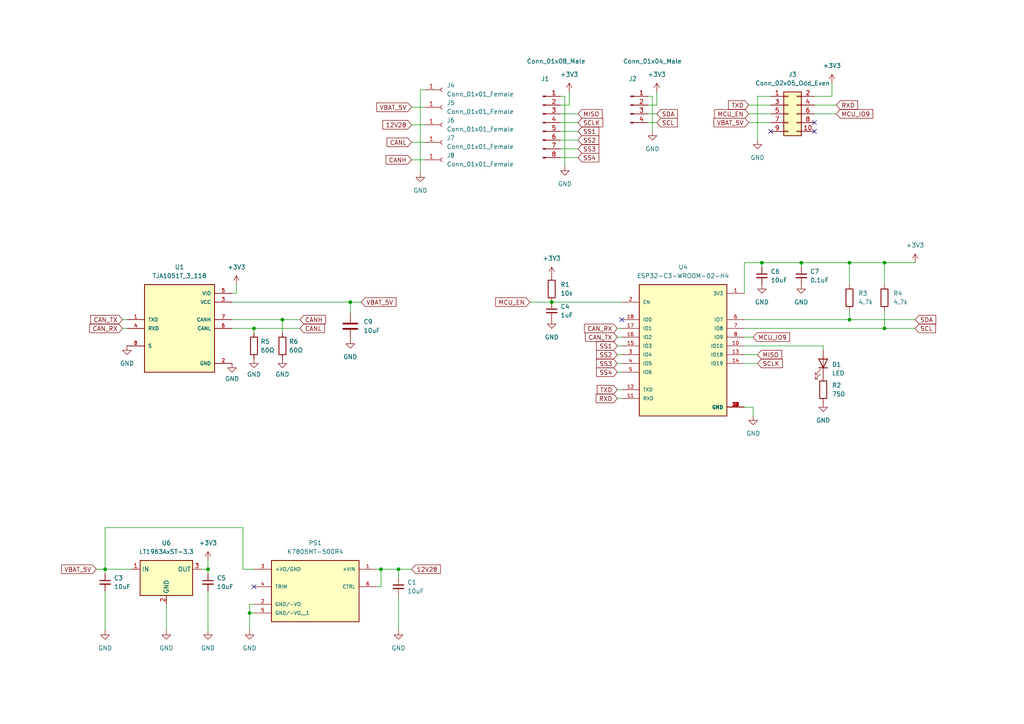
<source format=kicad_sch>
(kicad_sch (version 20211123) (generator eeschema)
  (paper "A4")
  (lib_symbols
    (symbol "Connector:Conn_01x01_Female" (pin_names (offset 1.016) hide)
      (property "Reference" "J" (at 0 2.54 0))
      (property "Value" "Conn_01x01_Female" (at 0 -2.54 0))
      (symbol "Conn_01x01_Female_1_1"
        (polyline (pts (xy -1.27 0) (xy -0.508 0)) (stroke (width 0.1524)))
        (arc (start 0 0.508) (mid -0.508 0) (end 0 -0.508) (stroke (width 0.1524)))
        (pin passive line (at -5.08 0 0) (length 3.81) (name "Pin_1") (number "1"))
      )
    )
    (symbol "Connector:Conn_01x04_Male" (pin_names (offset 1.016) hide)
      (property "Reference" "J" (at 0 5.08 0))
      (property "Value" "Conn_01x04_Male" (at 0 -7.62 0))
      (symbol "Conn_01x04_Male_1_1"
        (polyline (pts (xy 1.27 -5.08) (xy 0.8636 -5.08)) (stroke (width 0.1524)))
        (polyline (pts (xy 1.27 -2.54) (xy 0.8636 -2.54)) (stroke (width 0.1524)))
        (polyline (pts (xy 1.27 0) (xy 0.8636 0)) (stroke (width 0.1524)))
        (polyline (pts (xy 1.27 2.54) (xy 0.8636 2.54)) (stroke (width 0.1524)))
        (rectangle (start 0.8636 -4.953) (end 0 -5.207) (stroke (width 0.1524)) (fill (type outline)))
        (rectangle (start 0.8636 -2.413) (end 0 -2.667) (stroke (width 0.1524)) (fill (type outline)))
        (rectangle (start 0.8636 0.127) (end 0 -0.127) (stroke (width 0.1524)) (fill (type outline)))
        (rectangle (start 0.8636 2.667) (end 0 2.413) (stroke (width 0.1524)) (fill (type outline)))
        (pin passive line (at 5.08 2.54 180) (length 3.81) (name "Pin_1") (number "1"))
        (pin passive line (at 5.08 0 180) (length 3.81) (name "Pin_2") (number "2"))
        (pin passive line (at 5.08 -2.54 180) (length 3.81) (name "Pin_3") (number "3"))
        (pin passive line (at 5.08 -5.08 180) (length 3.81) (name "Pin_4") (number "4"))
      )
    )
    (symbol "Connector:Conn_01x08_Male" (pin_names (offset 1.016) hide)
      (property "Reference" "J" (at 0 10.16 0))
      (property "Value" "Conn_01x08_Male" (at 0 -12.7 0))
      (symbol "Conn_01x08_Male_1_1"
        (polyline (pts (xy 1.27 -10.16) (xy 0.8636 -10.16)) (stroke (width 0.1524)))
        (polyline (pts (xy 1.27 -7.62) (xy 0.8636 -7.62)) (stroke (width 0.1524)))
        (polyline (pts (xy 1.27 -5.08) (xy 0.8636 -5.08)) (stroke (width 0.1524)))
        (polyline (pts (xy 1.27 -2.54) (xy 0.8636 -2.54)) (stroke (width 0.1524)))
        (polyline (pts (xy 1.27 0) (xy 0.8636 0)) (stroke (width 0.1524)))
        (polyline (pts (xy 1.27 2.54) (xy 0.8636 2.54)) (stroke (width 0.1524)))
        (polyline (pts (xy 1.27 5.08) (xy 0.8636 5.08)) (stroke (width 0.1524)))
        (polyline (pts (xy 1.27 7.62) (xy 0.8636 7.62)) (stroke (width 0.1524)))
        (rectangle (start 0.8636 -10.033) (end 0 -10.287) (stroke (width 0.1524)) (fill (type outline)))
        (rectangle (start 0.8636 -7.493) (end 0 -7.747) (stroke (width 0.1524)) (fill (type outline)))
        (rectangle (start 0.8636 -4.953) (end 0 -5.207) (stroke (width 0.1524)) (fill (type outline)))
        (rectangle (start 0.8636 -2.413) (end 0 -2.667) (stroke (width 0.1524)) (fill (type outline)))
        (rectangle (start 0.8636 0.127) (end 0 -0.127) (stroke (width 0.1524)) (fill (type outline)))
        (rectangle (start 0.8636 2.667) (end 0 2.413) (stroke (width 0.1524)) (fill (type outline)))
        (rectangle (start 0.8636 5.207) (end 0 4.953) (stroke (width 0.1524)) (fill (type outline)))
        (rectangle (start 0.8636 7.747) (end 0 7.493) (stroke (width 0.1524)) (fill (type outline)))
        (pin passive line (at 5.08 7.62 180) (length 3.81) (name "Pin_1") (number "1"))
        (pin passive line (at 5.08 5.08 180) (length 3.81) (name "Pin_2") (number "2"))
        (pin passive line (at 5.08 2.54 180) (length 3.81) (name "Pin_3") (number "3"))
        (pin passive line (at 5.08 0 180) (length 3.81) (name "Pin_4") (number "4"))
        (pin passive line (at 5.08 -2.54 180) (length 3.81) (name "Pin_5") (number "5"))
        (pin passive line (at 5.08 -5.08 180) (length 3.81) (name "Pin_6") (number "6"))
        (pin passive line (at 5.08 -7.62 180) (length 3.81) (name "Pin_7") (number "7"))
        (pin passive line (at 5.08 -10.16 180) (length 3.81) (name "Pin_8") (number "8"))
      )
    )
    (symbol "Connector_Generic:Conn_02x05_Odd_Even" (pin_names (offset 1.016) hide)
      (property "Reference" "J" (at 1.27 7.62 0))
      (property "Value" "Conn_02x05_Odd_Even" (at 1.27 -7.62 0))
      (symbol "Conn_02x05_Odd_Even_1_1"
        (rectangle (start -1.27 -4.953) (end 0 -5.207) (stroke (width 0.1524)))
        (rectangle (start -1.27 -2.413) (end 0 -2.667) (stroke (width 0.1524)))
        (rectangle (start -1.27 0.127) (end 0 -0.127) (stroke (width 0.1524)))
        (rectangle (start -1.27 2.667) (end 0 2.413) (stroke (width 0.1524)))
        (rectangle (start -1.27 5.207) (end 0 4.953) (stroke (width 0.1524)))
        (rectangle (start -1.27 6.35) (end 3.81 -6.35) (stroke (width 0.254)) (fill (type background)))
        (rectangle (start 3.81 -4.953) (end 2.54 -5.207) (stroke (width 0.1524)))
        (rectangle (start 3.81 -2.413) (end 2.54 -2.667) (stroke (width 0.1524)))
        (rectangle (start 3.81 0.127) (end 2.54 -0.127) (stroke (width 0.1524)))
        (rectangle (start 3.81 2.667) (end 2.54 2.413) (stroke (width 0.1524)))
        (rectangle (start 3.81 5.207) (end 2.54 4.953) (stroke (width 0.1524)))
        (pin passive line (at -5.08 5.08 0) (length 3.81) (name "Pin_1") (number "1"))
        (pin passive line (at 7.62 -5.08 180) (length 3.81) (name "Pin_10") (number "10"))
        (pin passive line (at 7.62 5.08 180) (length 3.81) (name "Pin_2") (number "2"))
        (pin passive line (at -5.08 2.54 0) (length 3.81) (name "Pin_3") (number "3"))
        (pin passive line (at 7.62 2.54 180) (length 3.81) (name "Pin_4") (number "4"))
        (pin passive line (at -5.08 0 0) (length 3.81) (name "Pin_5") (number "5"))
        (pin passive line (at 7.62 0 180) (length 3.81) (name "Pin_6") (number "6"))
        (pin passive line (at -5.08 -2.54 0) (length 3.81) (name "Pin_7") (number "7"))
        (pin passive line (at 7.62 -2.54 180) (length 3.81) (name "Pin_8") (number "8"))
        (pin passive line (at -5.08 -5.08 0) (length 3.81) (name "Pin_9") (number "9"))
      )
    )
    (symbol "Device:C" (pin_numbers hide) (pin_names (offset 0.254))
      (property "Reference" "C" (at 0.635 2.54 0))
      (property "Value" "C" (at 0.635 -2.54 0))
      (symbol "C_0_1"
        (polyline (pts (xy -2.032 -0.762) (xy 2.032 -0.762)) (stroke (width 0.508)))
        (polyline (pts (xy -2.032 0.762) (xy 2.032 0.762)) (stroke (width 0.508)))
      )
      (symbol "C_1_1"
        (pin passive line (at 0 3.81 270) (length 2.794) (name "~") (number "1"))
        (pin passive line (at 0 -3.81 90) (length 2.794) (name "~") (number "2"))
      )
    )
    (symbol "Device:C_Small" (pin_numbers hide) (pin_names (offset 0.254) hide)
      (property "Reference" "C" (at 0.254 1.778 0))
      (property "Value" "C_Small" (at 0.254 -2.032 0))
      (symbol "C_Small_0_1"
        (polyline (pts (xy -1.524 -0.508) (xy 1.524 -0.508)) (stroke (width 0.3302)))
        (polyline (pts (xy -1.524 0.508) (xy 1.524 0.508)) (stroke (width 0.3048)))
      )
      (symbol "C_Small_1_1"
        (pin passive line (at 0 2.54 270) (length 2.032) (name "~") (number "1"))
        (pin passive line (at 0 -2.54 90) (length 2.032) (name "~") (number "2"))
      )
    )
    (symbol "Device:LED" (pin_numbers hide) (pin_names (offset 1.016) hide)
      (property "Reference" "D" (at 0 2.54 0))
      (property "Value" "LED" (at 0 -2.54 0))
      (symbol "LED_0_1"
        (polyline (pts (xy -1.27 -1.27) (xy -1.27 1.27)) (stroke (width 0.254)))
        (polyline (pts (xy -1.27 0) (xy 1.27 0)))
        (polyline (pts (xy 1.27 -1.27) (xy 1.27 1.27) (xy -1.27 0) (xy 1.27 -1.27)) (stroke (width 0.254)))
        (polyline (pts (xy -3.048 -0.762) (xy -4.572 -2.286) (xy -3.81 -2.286) (xy -4.572 -2.286) (xy -4.572 -1.524)))
        (polyline (pts (xy -1.778 -0.762) (xy -3.302 -2.286) (xy -2.54 -2.286) (xy -3.302 -2.286) (xy -3.302 -1.524)))
      )
      (symbol "LED_1_1"
        (pin passive line (at -3.81 0 0) (length 2.54) (name "K") (number "1"))
        (pin passive line (at 3.81 0 180) (length 2.54) (name "A") (number "2"))
      )
    )
    (symbol "Device:R" (pin_numbers hide) (pin_names (offset 0))
      (property "Reference" "R" (at 2.032 0 90))
      (property "Value" "R" (at 0 0 90))
      (symbol "R_0_1"
        (rectangle (start -1.016 -2.54) (end 1.016 2.54) (stroke (width 0.254)))
      )
      (symbol "R_1_1"
        (pin passive line (at 0 3.81 270) (length 1.27) (name "~") (number "1"))
        (pin passive line (at 0 -3.81 90) (length 1.27) (name "~") (number "2"))
      )
    )
    (symbol "Regulator_Linear:LT1963AxST-3.3"
      (property "Reference" "U" (at -7.62 6.35 0))
      (property "Value" "LT1963AxST-3.3" (at -1.27 6.35 0))
      (symbol "LT1963AxST-3.3_0_1"
        (rectangle (start -7.62 5.08) (end 7.62 -5.08) (stroke (width 0.254)) (fill (type background)))
      )
      (symbol "LT1963AxST-3.3_1_1"
        (pin power_in line (at -10.16 2.54 0) (length 2.54) (name "IN") (number "1"))
        (pin power_in line (at 0 -7.62 90) (length 2.54) (name "GND") (number "2"))
        (pin power_out line (at 10.16 2.54 180) (length 2.54) (name "OUT") (number "3"))
      )
    )
    (symbol "airball-hardware:K7805MT-500R4" (pin_names (offset 1.016))
      (property "Reference" "PS" (at -12.7039 8.8979 0))
      (property "Value" "K7805MT-500R4" (at -12.7014 -12.7027 0))
      (symbol "K7805MT-500R4_0_0"
        (rectangle (start -12.7 -10.16) (end 12.7 7.62) (stroke (width 0.254)) (fill (type background)))
        (pin input line (at -17.78 5.08 0) (length 5.08) (name "+VIN") (number "1"))
        (pin bidirectional line (at 17.78 -5.08 180) (length 5.08) (name "GND/-VO") (number "2"))
        (pin bidirectional line (at 17.78 5.08 180) (length 5.08) (name "+VO/GND") (number "3"))
        (pin passive line (at 17.78 0 180) (length 5.08) (name "TRIM") (number "4"))
        (pin bidirectional line (at 17.78 -7.62 180) (length 5.08) (name "GND/-VO__1") (number "5"))
        (pin input line (at -17.78 0 0) (length 5.08) (name "CTRL") (number "6"))
      )
    )
    (symbol "airball-hardware:TJA1051T_3_118" (pin_names (offset 1.016))
      (property "Reference" "U" (at -10.16 13.462 0))
      (property "Value" "TJA1051T_3_118" (at -10.16 -15.24 0))
      (symbol "TJA1051T_3_118_0_0"
        (rectangle (start -10.16 -12.7) (end 10.16 12.7) (stroke (width 0.254)) (fill (type background)))
        (pin input line (at -15.24 2.54 0) (length 5.08) (name "TXD") (number "1"))
        (pin power_in line (at 15.24 -10.16 180) (length 5.08) (name "GND") (number "2"))
        (pin power_in line (at 15.24 7.62 180) (length 5.08) (name "VCC") (number "3"))
        (pin output line (at -15.24 0 0) (length 5.08) (name "RXD") (number "4"))
        (pin power_in line (at 15.24 10.16 180) (length 5.08) (name "VIO") (number "5"))
        (pin bidirectional line (at 15.24 0 180) (length 5.08) (name "CANL") (number "6"))
        (pin bidirectional line (at 15.24 2.54 180) (length 5.08) (name "CANH") (number "7"))
        (pin input line (at -15.24 -5.08 0) (length 5.08) (name "S") (number "8"))
      )
    )
    (symbol "compact-probe:ESP32-C3-WROOM-02-H4" (pin_names (offset 1.016))
      (property "Reference" "U" (at -12.7 21.082 0))
      (property "Value" "ESP32-C3-WROOM-02-H4" (at -12.7 -18.542 0))
      (symbol "ESP32-C3-WROOM-02-H4_0_0"
        (rectangle (start -12.7 -17.78) (end 12.7 20.32) (stroke (width 0.254)) (fill (type background)))
        (pin power_in line (at 17.78 17.78 180) (length 5.08) (name "3V3") (number "1"))
        (pin bidirectional line (at 17.78 2.54 180) (length 5.08) (name "IO10") (number "10"))
        (pin bidirectional line (at -17.78 -12.7 0) (length 5.08) (name "RXD") (number "11"))
        (pin bidirectional line (at -17.78 -10.16 0) (length 5.08) (name "TXD") (number "12"))
        (pin bidirectional line (at 17.78 0 180) (length 5.08) (name "IO18") (number "13"))
        (pin bidirectional line (at 17.78 -2.54 180) (length 5.08) (name "IO19") (number "14"))
        (pin bidirectional line (at -17.78 2.54 0) (length 5.08) (name "IO3") (number "15"))
        (pin bidirectional line (at -17.78 5.08 0) (length 5.08) (name "IO2") (number "16"))
        (pin bidirectional line (at -17.78 7.62 0) (length 5.08) (name "IO1") (number "17"))
        (pin bidirectional line (at -17.78 10.16 0) (length 5.08) (name "IO0") (number "18"))
        (pin power_in line (at 17.78 -15.24 180) (length 5.08) (name "GND") (number "19"))
        (pin input line (at -17.78 15.24 0) (length 5.08) (name "EN") (number "2"))
        (pin power_in line (at 17.78 -15.24 180) (length 5.08) (name "GND") (number "20"))
        (pin power_in line (at 17.78 -15.24 180) (length 5.08) (name "GND") (number "21"))
        (pin power_in line (at 17.78 -15.24 180) (length 5.08) (name "GND") (number "22"))
        (pin power_in line (at 17.78 -15.24 180) (length 5.08) (name "GND") (number "23"))
        (pin power_in line (at 17.78 -15.24 180) (length 5.08) (name "GND") (number "24"))
        (pin power_in line (at 17.78 -15.24 180) (length 5.08) (name "GND") (number "25"))
        (pin power_in line (at 17.78 -15.24 180) (length 5.08) (name "GND") (number "26"))
        (pin power_in line (at 17.78 -15.24 180) (length 5.08) (name "GND") (number "27"))
        (pin power_in line (at 17.78 -15.24 180) (length 5.08) (name "GND") (number "28"))
        (pin power_in line (at 17.78 -15.24 180) (length 5.08) (name "GND") (number "29"))
        (pin bidirectional line (at -17.78 0 0) (length 5.08) (name "IO4") (number "3"))
        (pin power_in line (at 17.78 -15.24 180) (length 5.08) (name "GND") (number "30"))
        (pin power_in line (at 17.78 -15.24 180) (length 5.08) (name "GND") (number "31"))
        (pin power_in line (at 17.78 -15.24 180) (length 5.08) (name "GND") (number "32"))
        (pin power_in line (at 17.78 -15.24 180) (length 5.08) (name "GND") (number "33"))
        (pin power_in line (at 17.78 -15.24 180) (length 5.08) (name "GND") (number "34"))
        (pin power_in line (at 17.78 -15.24 180) (length 5.08) (name "GND") (number "35"))
        (pin power_in line (at 17.78 -15.24 180) (length 5.08) (name "GND") (number "36"))
        (pin power_in line (at 17.78 -15.24 180) (length 5.08) (name "GND") (number "37"))
        (pin power_in line (at 17.78 -15.24 180) (length 5.08) (name "GND") (number "38"))
        (pin power_in line (at 17.78 -15.24 180) (length 5.08) (name "GND") (number "39"))
        (pin bidirectional line (at -17.78 -2.54 0) (length 5.08) (name "IO5") (number "4"))
        (pin bidirectional line (at -17.78 -5.08 0) (length 5.08) (name "IO6") (number "5"))
        (pin bidirectional line (at 17.78 10.16 180) (length 5.08) (name "IO7") (number "6"))
        (pin bidirectional line (at 17.78 7.62 180) (length 5.08) (name "IO8") (number "7"))
        (pin bidirectional line (at 17.78 5.08 180) (length 5.08) (name "IO9") (number "8"))
        (pin power_in line (at 17.78 -15.24 180) (length 5.08) (name "GND") (number "9"))
      )
    )
    (symbol "power:+3V3" (power) (pin_names (offset 0))
      (property "Value" "+3V3" (at 0 3.556 0))
      (symbol "+3V3_0_1"
        (polyline (pts (xy -0.762 1.27) (xy 0 2.54)))
        (polyline (pts (xy 0 0) (xy 0 2.54)))
        (polyline (pts (xy 0 2.54) (xy 0.762 1.27)))
      )
      (symbol "+3V3_1_1"
        (pin power_in line (at 0 0 90) (length 0) hide (name "+3V3") (number "1"))
      )
    )
    (symbol "power:GND" (power) (pin_names (offset 0))
      (property "Value" "GND" (at 0 -3.81 0))
      (symbol "GND_0_1"
        (polyline (pts (xy 0 0) (xy 0 -1.27) (xy 1.27 -1.27) (xy 0 -2.54) (xy -1.27 -1.27) (xy 0 -1.27)))
      )
      (symbol "GND_1_1"
        (pin power_in line (at 0 0 270) (length 0) hide (name "GND") (number "1"))
      )
    )
  )
  (junction (at 256.54 95.25))
  (junction (at 232.41 76.2))
  (junction (at 256.54 76.2))
  (junction (at 246.38 92.71))
  (junction (at 101.6 87.63))
  (junction (at 115.57 165.1))
  (junction (at 30.48 165.1))
  (junction (at 110.49 165.1))
  (junction (at 72.39 177.8))
  (junction (at 246.38 76.2))
  (junction (at 73.66 95.25))
  (junction (at 160.02 87.63))
  (junction (at 220.98 76.2))
  (junction (at 60.325 165.1))
  (junction (at 81.915 92.71))
  (no_connect (at 180.34 92.71))
  (no_connect (at 73.66 170.18))
  (no_connect (at 236.22 35.56))
  (no_connect (at 223.52 38.1))
  (no_connect (at 236.22 38.1))
  (wire (pts (xy 165.1 26.67) (xy 165.1 30.48)))
  (wire (pts (xy 215.9 76.2) (xy 215.9 85.09)))
  (wire (pts (xy 190.5 33.02) (xy 187.96 33.02)))
  (wire (pts (xy 72.39 177.8) (xy 73.66 177.8)))
  (wire (pts (xy 35.56 92.71) (xy 36.83 92.71)))
  (wire (pts (xy 115.57 165.1) (xy 110.49 165.1)))
  (wire (pts (xy 67.31 87.63) (xy 101.6 87.63)))
  (wire (pts (xy 162.56 27.94) (xy 163.83 27.94)))
  (wire (pts (xy 220.98 77.47) (xy 220.98 76.2)))
  (wire (pts (xy 162.56 43.18) (xy 167.64 43.18)))
  (wire (pts (xy 48.26 182.88) (xy 48.26 175.26)))
  (wire (pts (xy 165.1 30.48) (xy 162.56 30.48)))
  (wire (pts (xy 179.07 107.95) (xy 180.34 107.95)))
  (wire (pts (xy 67.31 95.25) (xy 73.66 95.25)))
  (wire (pts (xy 60.325 165.1) (xy 58.42 165.1)))
  (wire (pts (xy 30.48 165.1) (xy 38.1 165.1)))
  (wire (pts (xy 179.07 102.87) (xy 180.34 102.87)))
  (wire (pts (xy 68.58 82.55) (xy 68.58 85.09)))
  (wire (pts (xy 218.44 118.11) (xy 218.44 120.65)))
  (wire (pts (xy 30.48 153.035) (xy 30.48 165.1)))
  (wire (pts (xy 60.325 162.56) (xy 60.325 165.1)))
  (wire (pts (xy 70.485 153.035) (xy 30.48 153.035)))
  (wire (pts (xy 101.6 87.63) (xy 101.6 90.805)))
  (wire (pts (xy 190.5 26.67) (xy 190.5 30.48)))
  (wire (pts (xy 236.22 30.48) (xy 242.57 30.48)))
  (wire (pts (xy 241.3 24.13) (xy 241.3 27.94)))
  (wire (pts (xy 215.9 95.25) (xy 256.54 95.25)))
  (wire (pts (xy 179.07 113.03) (xy 180.34 113.03)))
  (wire (pts (xy 73.66 175.26) (xy 72.39 175.26)))
  (wire (pts (xy 179.07 95.25) (xy 180.34 95.25)))
  (wire (pts (xy 73.66 95.25) (xy 73.66 96.52)))
  (wire (pts (xy 246.38 90.17) (xy 246.38 92.71)))
  (wire (pts (xy 179.07 100.33) (xy 180.34 100.33)))
  (wire (pts (xy 70.485 165.1) (xy 70.485 153.035)))
  (wire (pts (xy 81.915 92.71) (xy 81.915 96.52)))
  (wire (pts (xy 256.54 76.2) (xy 265.43 76.2)))
  (wire (pts (xy 217.17 35.56) (xy 223.52 35.56)))
  (wire (pts (xy 121.92 26.035) (xy 121.92 50.165)))
  (wire (pts (xy 119.38 46.355) (xy 123.19 46.355)))
  (wire (pts (xy 163.83 27.94) (xy 163.83 48.26)))
  (wire (pts (xy 246.38 92.71) (xy 265.43 92.71)))
  (wire (pts (xy 215.9 102.87) (xy 219.71 102.87)))
  (wire (pts (xy 215.9 92.71) (xy 246.38 92.71)))
  (wire (pts (xy 73.66 165.1) (xy 70.485 165.1)))
  (wire (pts (xy 217.17 30.48) (xy 223.52 30.48)))
  (wire (pts (xy 115.57 172.72) (xy 115.57 182.88)))
  (wire (pts (xy 67.31 85.09) (xy 68.58 85.09)))
  (wire (pts (xy 153.67 87.63) (xy 160.02 87.63)))
  (wire (pts (xy 110.49 165.1) (xy 110.49 170.18)))
  (wire (pts (xy 73.66 95.25) (xy 86.995 95.25)))
  (wire (pts (xy 189.23 27.94) (xy 189.23 38.1)))
  (wire (pts (xy 30.48 182.88) (xy 30.48 171.45)))
  (wire (pts (xy 190.5 35.56) (xy 187.96 35.56)))
  (wire (pts (xy 215.9 76.2) (xy 220.98 76.2)))
  (wire (pts (xy 35.56 95.25) (xy 36.83 95.25)))
  (wire (pts (xy 119.38 36.195) (xy 123.19 36.195)))
  (wire (pts (xy 179.07 115.57) (xy 180.34 115.57)))
  (wire (pts (xy 256.54 90.17) (xy 256.54 95.25)))
  (wire (pts (xy 162.56 35.56) (xy 167.64 35.56)))
  (wire (pts (xy 215.9 105.41) (xy 219.71 105.41)))
  (wire (pts (xy 215.9 118.11) (xy 218.44 118.11)))
  (wire (pts (xy 81.915 92.71) (xy 86.995 92.71)))
  (wire (pts (xy 179.07 105.41) (xy 180.34 105.41)))
  (wire (pts (xy 67.31 92.71) (xy 81.915 92.71)))
  (wire (pts (xy 101.6 87.63) (xy 104.775 87.63)))
  (wire (pts (xy 110.49 165.1) (xy 109.22 165.1)))
  (wire (pts (xy 217.17 33.02) (xy 223.52 33.02)))
  (wire (pts (xy 30.48 166.37) (xy 30.48 165.1)))
  (wire (pts (xy 179.07 97.79) (xy 180.34 97.79)))
  (wire (pts (xy 162.56 33.02) (xy 167.64 33.02)))
  (wire (pts (xy 190.5 30.48) (xy 187.96 30.48)))
  (wire (pts (xy 123.19 26.035) (xy 121.92 26.035)))
  (wire (pts (xy 187.96 27.94) (xy 189.23 27.94)))
  (wire (pts (xy 72.39 175.26) (xy 72.39 177.8)))
  (wire (pts (xy 60.325 165.1) (xy 60.325 166.37)))
  (wire (pts (xy 246.38 76.2) (xy 256.54 76.2)))
  (wire (pts (xy 119.38 165.1) (xy 115.57 165.1)))
  (wire (pts (xy 115.57 165.1) (xy 115.57 167.64)))
  (wire (pts (xy 223.52 27.94) (xy 219.71 27.94)))
  (wire (pts (xy 238.76 100.33) (xy 238.76 101.6)))
  (wire (pts (xy 220.98 76.2) (xy 232.41 76.2)))
  (wire (pts (xy 219.71 27.94) (xy 219.71 40.64)))
  (wire (pts (xy 256.54 95.25) (xy 265.43 95.25)))
  (wire (pts (xy 232.41 76.2) (xy 246.38 76.2)))
  (wire (pts (xy 215.9 97.79) (xy 218.44 97.79)))
  (wire (pts (xy 162.56 38.1) (xy 167.64 38.1)))
  (wire (pts (xy 215.9 100.33) (xy 238.76 100.33)))
  (wire (pts (xy 241.3 27.94) (xy 236.22 27.94)))
  (wire (pts (xy 60.325 171.45) (xy 60.325 182.88)))
  (wire (pts (xy 72.39 177.8) (xy 72.39 182.88)))
  (wire (pts (xy 119.38 41.275) (xy 123.19 41.275)))
  (wire (pts (xy 256.54 76.2) (xy 256.54 82.55)))
  (wire (pts (xy 232.41 77.47) (xy 232.41 76.2)))
  (wire (pts (xy 236.22 33.02) (xy 242.57 33.02)))
  (wire (pts (xy 160.02 87.63) (xy 180.34 87.63)))
  (wire (pts (xy 162.56 40.64) (xy 167.64 40.64)))
  (wire (pts (xy 27.94 165.1) (xy 30.48 165.1)))
  (wire (pts (xy 109.22 170.18) (xy 110.49 170.18)))
  (wire (pts (xy 119.38 31.115) (xy 123.19 31.115)))
  (wire (pts (xy 162.56 45.72) (xy 167.64 45.72)))
  (wire (pts (xy 246.38 76.2) (xy 246.38 82.55)))
  (global_label "12V28" (shape input) (at 119.38 165.1 0) (property "Intersheet References" "${INTERSHEET_REFS}" (effects hide)))
  (global_label "CAN_TX" (shape input) (at 179.07 97.79 180) (property "Intersheet References" "${INTERSHEET_REFS}" (effects hide)))
  (global_label "RXD" (shape input) (at 179.07 115.57 180) (property "Intersheet References" "${INTERSHEET_REFS}" (effects hide)))
  (global_label "CANH" (shape input) (at 119.38 46.355 180) (property "Intersheet References" "${INTERSHEET_REFS}" (effects hide)))
  (global_label "MISO" (shape input) (at 167.64 33.02 0) (property "Intersheet References" "${INTERSHEET_REFS}" (effects hide)))
  (global_label "SDA" (shape input) (at 190.5 33.02 0) (property "Intersheet References" "${INTERSHEET_REFS}" (effects hide)))
  (global_label "CANL" (shape input) (at 86.995 95.25 0) (property "Intersheet References" "${INTERSHEET_REFS}" (effects hide)))
  (global_label "SCL" (shape input) (at 265.43 95.25 0) (property "Intersheet References" "${INTERSHEET_REFS}" (effects hide)))
  (global_label "TXD" (shape input) (at 179.07 113.03 180) (property "Intersheet References" "${INTERSHEET_REFS}" (effects hide)))
  (global_label "SS3" (shape input) (at 167.64 43.18 0) (property "Intersheet References" "${INTERSHEET_REFS}" (effects hide)))
  (global_label "VBAT_5V" (shape input) (at 27.94 165.1 180) (property "Intersheet References" "${INTERSHEET_REFS}" (effects hide)))
  (global_label "MCU_EN" (shape input) (at 153.67 87.63 180) (property "Intersheet References" "${INTERSHEET_REFS}" (effects hide)))
  (global_label "VBAT_5V" (shape input) (at 104.775 87.63 0) (property "Intersheet References" "${INTERSHEET_REFS}" (effects hide)))
  (global_label "TXD" (shape input) (at 217.17 30.48 180) (property "Intersheet References" "${INTERSHEET_REFS}" (effects hide)))
  (global_label "CAN_RX" (shape input) (at 179.07 95.25 180) (property "Intersheet References" "${INTERSHEET_REFS}" (effects hide)))
  (global_label "SCLK" (shape input) (at 167.64 35.56 0) (property "Intersheet References" "${INTERSHEET_REFS}" (effects hide)))
  (global_label "CAN_RX" (shape input) (at 35.56 95.25 180) (property "Intersheet References" "${INTERSHEET_REFS}" (effects hide)))
  (global_label "SCL" (shape input) (at 190.5 35.56 0) (property "Intersheet References" "${INTERSHEET_REFS}" (effects hide)))
  (global_label "MCU_EN" (shape input) (at 217.17 33.02 180) (property "Intersheet References" "${INTERSHEET_REFS}" (effects hide)))
  (global_label "SDA" (shape input) (at 265.43 92.71 0) (property "Intersheet References" "${INTERSHEET_REFS}" (effects hide)))
  (global_label "SS4" (shape input) (at 167.64 45.72 0) (property "Intersheet References" "${INTERSHEET_REFS}" (effects hide)))
  (global_label "SS2" (shape input) (at 167.64 40.64 0) (property "Intersheet References" "${INTERSHEET_REFS}" (effects hide)))
  (global_label "MCU_IO9" (shape input) (at 218.44 97.79 0) (property "Intersheet References" "${INTERSHEET_REFS}" (effects hide)))
  (global_label "SS4" (shape input) (at 179.07 107.95 180) (property "Intersheet References" "${INTERSHEET_REFS}" (effects hide)))
  (global_label "SS2" (shape input) (at 179.07 102.87 180) (property "Intersheet References" "${INTERSHEET_REFS}" (effects hide)))
  (global_label "SS1" (shape input) (at 179.07 100.33 180) (property "Intersheet References" "${INTERSHEET_REFS}" (effects hide)))
  (global_label "CANH" (shape input) (at 86.995 92.71 0) (property "Intersheet References" "${INTERSHEET_REFS}" (effects hide)))
  (global_label "CANL" (shape input) (at 119.38 41.275 180) (property "Intersheet References" "${INTERSHEET_REFS}" (effects hide)))
  (global_label "VBAT_5V" (shape input) (at 119.38 31.115 180) (property "Intersheet References" "${INTERSHEET_REFS}" (effects hide)))
  (global_label "CAN_TX" (shape input) (at 35.56 92.71 180) (property "Intersheet References" "${INTERSHEET_REFS}" (effects hide)))
  (global_label "SCLK" (shape input) (at 219.71 105.41 0) (property "Intersheet References" "${INTERSHEET_REFS}" (effects hide)))
  (global_label "MISO" (shape input) (at 219.71 102.87 0) (property "Intersheet References" "${INTERSHEET_REFS}" (effects hide)))
  (global_label "RXD" (shape input) (at 242.57 30.48 0) (property "Intersheet References" "${INTERSHEET_REFS}" (effects hide)))
  (global_label "VBAT_5V" (shape input) (at 217.17 35.56 180) (property "Intersheet References" "${INTERSHEET_REFS}" (effects hide)))
  (global_label "SS3" (shape input) (at 179.07 105.41 180) (property "Intersheet References" "${INTERSHEET_REFS}" (effects hide)))
  (global_label "12V28" (shape input) (at 119.38 36.195 180) (property "Intersheet References" "${INTERSHEET_REFS}" (effects hide)))
  (global_label "MCU_IO9" (shape input) (at 242.57 33.02 0) (property "Intersheet References" "${INTERSHEET_REFS}" (effects hide)))
  (global_label "SS1" (shape input) (at 167.64 38.1 0) (property "Intersheet References" "${INTERSHEET_REFS}" (effects hide)))
  (symbol (lib_id "power:GND") (at 189.23 38.1 0) (unit 1)
    (property "Reference" "#PWR01" (effects hide))
    (property "Value" "GND" (at 189.23 43.18 0))
  )
  (symbol (lib_id "power:GND") (at 60.325 182.88 0) (unit 1)
    (property "Reference" "#PWR0109" (effects hide))
    (property "Value" "GND" (at 60.325 187.96 0))
  )
  (symbol (lib_id "power:GND") (at 219.71 40.64 0) (unit 1)
    (property "Reference" "#PWR0112" (effects hide))
    (property "Value" "GND" (at 219.71 45.72 0))
  )
  (symbol (lib_id "Device:R") (at 256.54 86.36 0) (unit 1)
    (property "Reference" "R4" (at 259.08 85.0899 0) (effects (justify left)))
    (property "Value" "4.7k" (at 259.08 87.6299 0) (effects (justify left)))
    (property "Footprint" "Resistor_SMD:R_0603_1608Metric" (effects hide))
  )
  (symbol (lib_id "power:+3V3") (at 160.02 80.01 0) (unit 1)
    (property "Reference" "#PWR07" (effects hide))
    (property "Value" "+3V3" (at 160.02 74.93 0))
  )
  (symbol (lib_id "Device:C_Small") (at 220.98 80.01 0) (unit 1)
    (property "Reference" "C6" (at 223.52 78.7462 0) (effects (justify left)))
    (property "Value" "10uF" (at 223.52 81.2862 0) (effects (justify left)))
    (property "Footprint" "Capacitor_SMD:C_0603_1608Metric" (effects hide))
  )
  (symbol (lib_id "Connector:Conn_01x01_Female") (at 128.27 31.115 0) (unit 1)
    (property "Reference" "J5" (at 129.54 29.8449 0) (effects (justify left)))
    (property "Value" "Conn_01x01_Female" (at 129.54 32.3849 0) (effects (justify left)))
    (property "Footprint" "Connector_Wire:SolderWirePad_1x01_SMD_1x2mm" (effects hide))
  )
  (symbol (lib_id "Device:C_Small") (at 232.41 80.01 0) (unit 1)
    (property "Reference" "C7" (at 234.95 78.7462 0) (effects (justify left)))
    (property "Value" "0.1uF" (at 234.95 81.2862 0) (effects (justify left)))
    (property "Footprint" "Capacitor_SMD:C_0603_1608Metric" (effects hide))
  )
  (symbol (lib_id "power:GND") (at 101.6 98.425 0) (unit 1)
    (property "Reference" "#PWR0115" (effects hide))
    (property "Value" "GND" (at 101.6 103.505 0))
  )
  (symbol (lib_id "power:GND") (at 238.76 116.84 0) (unit 1)
    (property "Reference" "#PWR012" (effects hide))
    (property "Value" "GND" (at 238.76 121.92 0))
  )
  (symbol (lib_id "power:GND") (at 220.98 82.55 0) (unit 1)
    (property "Reference" "#PWR010" (effects hide))
    (property "Value" "GND" (at 220.98 87.63 0))
  )
  (symbol (lib_id "power:+3V3") (at 60.325 162.56 0) (unit 1)
    (property "Reference" "#PWR09" (effects hide))
    (property "Value" "+3V3" (at 60.325 157.48 0))
  )
  (symbol (lib_id "Device:C_Small") (at 60.325 168.91 0) (unit 1)
    (property "Reference" "C5" (at 62.865 167.6462 0) (effects (justify left)))
    (property "Value" "10uF" (at 62.865 170.1862 0) (effects (justify left)))
    (property "Footprint" "Capacitor_SMD:C_0603_1608Metric" (effects hide))
  )
  (symbol (lib_id "Connector:Conn_01x01_Female") (at 128.27 46.355 0) (unit 1)
    (property "Reference" "J8" (at 129.54 45.0849 0) (effects (justify left)))
    (property "Value" "Conn_01x01_Female" (at 129.54 47.6249 0) (effects (justify left)))
    (property "Footprint" "Connector_Wire:SolderWirePad_1x01_SMD_1x2mm" (effects hide))
  )
  (symbol (lib_id "Device:R") (at 246.38 86.36 0) (unit 1)
    (property "Reference" "R3" (at 248.92 85.0899 0) (effects (justify left)))
    (property "Value" "4.7k" (at 248.92 87.6299 0) (effects (justify left)))
    (property "Footprint" "Resistor_SMD:R_0603_1608Metric" (effects hide))
  )
  (symbol (lib_id "Connector:Conn_01x01_Female") (at 128.27 26.035 0) (unit 1)
    (property "Reference" "J4" (at 129.54 24.7649 0) (effects (justify left)))
    (property "Value" "Conn_01x01_Female" (at 129.54 27.3049 0) (effects (justify left)))
    (property "Footprint" "Connector_Wire:SolderWirePad_1x01_SMD_1x2mm" (effects hide))
  )
  (symbol (lib_id "power:GND") (at 30.48 182.88 0) (unit 1)
    (property "Reference" "#PWR0110" (effects hide))
    (property "Value" "GND" (at 30.48 187.96 0))
  )
  (symbol (lib_id "power:GND") (at 36.83 100.33 0) (unit 1)
    (property "Reference" "#PWR0104" (effects hide))
    (property "Value" "GND" (at 36.83 105.41 0))
  )
  (symbol (lib_id "power:GND") (at 73.66 104.14 0) (unit 1)
    (property "Reference" "#PWR05" (effects hide))
    (property "Value" "GND" (at 73.66 108.585 0))
  )
  (symbol (lib_id "Device:C_Small") (at 115.57 170.18 0) (unit 1)
    (property "Reference" "C1" (at 118.11 168.9162 0) (effects (justify left)))
    (property "Value" "10uF" (at 118.11 171.4562 0) (effects (justify left)))
    (property "Footprint" "Capacitor_SMD:C_0603_1608Metric" (effects hide))
  )
  (symbol (lib_id "power:GND") (at 121.92 50.165 0) (unit 1)
    (property "Reference" "#PWR0103" (effects hide))
    (property "Value" "GND" (at 121.92 55.245 0))
  )
  (symbol (lib_id "Device:R") (at 81.915 100.33 0) (unit 1)
    (property "Reference" "R6" (at 83.82 99.0599 0) (effects (justify left)))
    (property "Value" "60Ω" (at 83.82 101.5999 0) (effects (justify left)))
    (property "Footprint" "Resistor_SMD:R_0603_1608Metric" (effects hide))
  )
  (symbol (lib_id "Connector:Conn_01x08_Male") (at 157.48 35.56 0) (unit 1)
    (property "Reference" "J1" (at 158.115 22.86 0))
    (property "Value" "Conn_01x08_Male" (at 161.29 17.78 0))
    (property "Footprint" "airball-hardware:JST_SH_SM08B-SRSS-TB_1x08-1MP_P1.00mm_Horizontal" (effects hide))
  )
  (symbol (lib_id "Regulator_Linear:LT1963AxST-3.3") (at 48.26 167.64 0) (unit 1)
    (property "Reference" "U6" (at 48.26 157.48 0))
    (property "Value" "LT1963AxST-3.3" (at 48.26 160.02 0))
    (property "Footprint" "Package_TO_SOT_SMD:SOT-223-3_TabPin2" (effects hide))
    (property "Datasheet" "https://www.analog.com/media/en/technical-documentation/data-sheets/1963aff.pdf" (effects hide))
  )
  (symbol (lib_id "airball-hardware:K7805MT-500R4") (at 91.44 170.18 0) (mirror y) (unit 1)
    (property "Reference" "PS1" (at 91.44 157.48 0))
    (property "Value" "K7805MT-500R4" (at 91.44 160.02 0))
    (property "Footprint" "airball-hardware:CONV_K7805MT-500R4" (effects hide))
    (property "PARTREV" "2020.08.12-A/1" (effects hide))
    (property "STANDARD" "Manufacturer Recommendations" (effects hide))
    (property "MAXIMUM_PACKAGE_HEIGHT" "3.35 mm" (effects hide))
    (property "MANUFACTURER" "MORNSUN" (effects hide))
  )
  (symbol (lib_id "Device:LED") (at 238.76 105.41 270) (mirror x) (unit 1)
    (property "Reference" "D1" (at 241.3 105.7274 90) (effects (justify left)))
    (property "Value" "LED" (at 241.3 108.2674 90) (effects (justify left)))
    (property "Footprint" "LED_SMD:LED_0603_1608Metric" (effects hide))
  )
  (symbol (lib_id "power:GND") (at 81.915 104.14 0) (unit 1)
    (property "Reference" "#PWR013" (effects hide))
    (property "Value" "GND" (at 81.915 108.585 0))
  )
  (symbol (lib_id "compact-probe:ESP32-C3-WROOM-02-H4") (at 198.12 102.87 0) (unit 1)
    (property "Reference" "U4" (at 198.12 77.47 0))
    (property "Value" "ESP32-C3-WROOM-02-H4" (at 198.12 80.01 0))
    (property "Footprint" "compact-probe:MODULE_ESP32-C3-WROOM-02-H4" (effects hide))
    (property "Availability" "In Stock" (effects hide))
    (property "Package" "Package" (effects hide))
    (property "Purchase-URL" "https://pricing.snapeda.com/search/part/ESP32-C3-WROOM-02-H4/?ref=eda" (effects hide))
    (property "Price" "None" (effects hide))
    (property "MP" "ESP32-C3-WROOM-02-H4" (effects hide))
    (property "Description" "WiFi Modules (802.11) (Engineering Samples) SMD module, ESP32-C3, 4MB SPI flash, PCB antenna, -40 C +105 C" (effects hide))
    (property "MF" "Espressif Systems" (effects hide))
  )
  (symbol (lib_id "power:+3V3") (at 190.5 26.67 0) (unit 1)
    (property "Reference" "#PWR02" (effects hide))
    (property "Value" "+3V3" (at 190.5 21.59 0))
  )
  (symbol (lib_id "Device:R") (at 160.02 83.82 0) (unit 1)
    (property "Reference" "R1" (at 162.56 82.5499 0) (effects (justify left)))
    (property "Value" "10k" (at 162.56 85.0899 0) (effects (justify left)))
    (property "Footprint" "Resistor_SMD:R_0603_1608Metric" (effects hide))
  )
  (symbol (lib_id "Device:C_Small") (at 30.48 168.91 0) (unit 1)
    (property "Reference" "C3" (at 33.02 167.6462 0) (effects (justify left)))
    (property "Value" "10uF" (at 33.02 170.1862 0) (effects (justify left)))
    (property "Footprint" "Capacitor_SMD:C_0603_1608Metric" (effects hide))
  )
  (symbol (lib_id "power:+3V3") (at 68.58 82.55 0) (unit 1)
    (property "Reference" "#PWR04" (effects hide))
    (property "Value" "+3V3" (at 68.58 77.47 0))
  )
  (symbol (lib_id "power:GND") (at 218.44 120.65 0) (unit 1)
    (property "Reference" "#PWR0107" (effects hide))
    (property "Value" "GND" (at 218.44 125.73 0))
  )
  (symbol (lib_id "power:GND") (at 115.57 182.88 0) (mirror y) (unit 1)
    (property "Reference" "#PWR0106" (effects hide))
    (property "Value" "GND" (at 115.57 187.96 0))
  )
  (symbol (lib_id "Connector_Generic:Conn_02x05_Odd_Even") (at 228.6 33.02 0) (unit 1)
    (property "Reference" "J3" (at 229.87 21.59 0))
    (property "Value" "Conn_02x05_Odd_Even" (at 229.87 24.13 0))
    (property "Footprint" "Connector_PinHeader_1.27mm:PinHeader_2x05_P1.27mm_Vertical" (effects hide))
  )
  (symbol (lib_id "power:GND") (at 48.26 182.88 0) (unit 1)
    (property "Reference" "#PWR06" (effects hide))
    (property "Value" "GND" (at 48.26 187.96 0))
  )
  (symbol (lib_id "power:+3V3") (at 165.1 26.67 0) (unit 1)
    (property "Reference" "#PWR0101" (effects hide))
    (property "Value" "+3V3" (at 165.1 21.59 0))
  )
  (symbol (lib_id "Connector:Conn_01x01_Female") (at 128.27 41.275 0) (unit 1)
    (property "Reference" "J7" (at 129.54 40.0049 0) (effects (justify left)))
    (property "Value" "Conn_01x01_Female" (at 129.54 42.5449 0) (effects (justify left)))
    (property "Footprint" "Connector_Wire:SolderWirePad_1x01_SMD_1x2mm" (effects hide))
  )
  (symbol (lib_id "power:GND") (at 67.31 105.41 0) (unit 1)
    (property "Reference" "#PWR03" (effects hide))
    (property "Value" "GND" (at 67.31 109.855 0))
  )
  (symbol (lib_id "Device:C_Small") (at 160.02 90.17 0) (unit 1)
    (property "Reference" "C4" (at 162.56 88.9062 0) (effects (justify left)))
    (property "Value" "1uF" (at 162.56 91.4462 0) (effects (justify left)))
    (property "Footprint" "Capacitor_SMD:C_0603_1608Metric" (effects hide))
  )
  (symbol (lib_id "Device:R") (at 238.76 113.03 0) (unit 1)
    (property "Reference" "R2" (at 241.3 111.7599 0) (effects (justify left)))
    (property "Value" "750" (at 241.3 114.2999 0) (effects (justify left)))
    (property "Footprint" "Resistor_SMD:R_0603_1608Metric" (effects hide))
  )
  (symbol (lib_id "power:GND") (at 160.02 92.71 0) (unit 1)
    (property "Reference" "#PWR08" (effects hide))
    (property "Value" "GND" (at 160.02 97.79 0))
  )
  (symbol (lib_id "Device:R") (at 73.66 100.33 0) (unit 1)
    (property "Reference" "R5" (at 75.565 99.0599 0) (effects (justify left)))
    (property "Value" "60Ω" (at 75.565 101.5999 0) (effects (justify left)))
    (property "Footprint" "Resistor_SMD:R_0603_1608Metric" (effects hide))
  )
  (symbol (lib_id "power:GND") (at 72.39 182.88 0) (mirror y) (unit 1)
    (property "Reference" "#PWR0105" (effects hide))
    (property "Value" "GND" (at 72.39 187.96 0))
  )
  (symbol (lib_id "airball-hardware:TJA1051T_3_118") (at 52.07 95.25 0) (unit 1)
    (property "Reference" "U1" (at 52.07 77.47 0))
    (property "Value" "TJA1051T_3_118" (at 52.07 80.01 0))
    (property "Footprint" "airball-hardware:TJA1051T_3_118" (effects hide))
    (property "MF" "NXP Semiconductors" (effects hide))
    (property "MAXIMUM_PACKAGE_HEIGHT" "1.75mm" (effects hide))
    (property "Package" "SO-8 NXP Semiconductors" (effects hide))
    (property "Price" "None" (effects hide))
    (property "Check_prices" "https://www.snapeda.com/parts/TJA1051T/3,118/NXP+Semiconductors/view-part/?ref=eda" (effects hide))
    (property "STANDARD" "Manufacturer Recommendations" (effects hide))
    (property "PARTREV" "9" (effects hide))
    (property "SnapEDA_Link" "https://www.snapeda.com/parts/TJA1051T/3,118/NXP+Semiconductors/view-part/?ref=snap" (effects hide))
    (property "MP" "TJA1051T/3,118" (effects hide))
    (property "Purchase-URL" "https://www.snapeda.com/api/url_track_click_mouser/?unipart_id=6972562&manufacturer=NXP Semiconductors&part_name=TJA1051T/3,118&search_term=None" (effects hide))
    (property "Description" "\nCAN 5Mbps Normal/Silent 5V Automotive 8-Pin SO T/R\n" (effects hide))
    (property "MANUFACTURER" "NXP" (effects hide))
    (property "Availability" "In Stock" (effects hide))
    (property "SNAPEDA_PN" "TJA1051T/3,118" (effects hide))
  )
  (symbol (lib_id "power:GND") (at 232.41 82.55 0) (unit 1)
    (property "Reference" "#PWR011" (effects hide))
    (property "Value" "GND" (at 232.41 87.63 0))
  )
  (symbol (lib_id "power:+3V3") (at 265.43 76.2 0) (unit 1)
    (property "Reference" "#PWR0108" (effects hide))
    (property "Value" "+3V3" (at 265.43 71.12 0))
  )
  (symbol (lib_id "Connector:Conn_01x01_Female") (at 128.27 36.195 0) (unit 1)
    (property "Reference" "J6" (at 129.54 34.9249 0) (effects (justify left)))
    (property "Value" "Conn_01x01_Female" (at 129.54 37.4649 0) (effects (justify left)))
    (property "Footprint" "Connector_Wire:SolderWirePad_1x01_SMD_1x2mm" (effects hide))
  )
  (symbol (lib_id "power:+3V3") (at 241.3 24.13 0) (unit 1)
    (property "Reference" "#PWR014" (effects hide))
    (property "Value" "+3V3" (at 241.3 19.05 0))
  )
  (symbol (lib_id "Device:C") (at 101.6 94.615 0) (unit 1)
    (property "Reference" "C9" (at 105.41 93.3449 0) (effects (justify left)))
    (property "Value" "10uF" (at 105.41 95.8849 0) (effects (justify left)))
    (property "Footprint" "Capacitor_SMD:C_0603_1608Metric" (effects hide))
  )
  (symbol (lib_id "Connector:Conn_01x04_Male") (at 182.88 30.48 0) (unit 1)
    (property "Reference" "J2" (at 183.515 22.86 0))
    (property "Value" "Conn_01x04_Male" (at 189.23 17.78 0))
    (property "Footprint" "airball-hardware:JST_SM04B-SRSS-TB(LF)(SN)" (effects hide))
  )
  (symbol (lib_id "power:GND") (at 163.83 48.26 0) (unit 1)
    (property "Reference" "#PWR0102" (effects hide))
    (property "Value" "GND" (at 163.83 53.34 0))
  )
)
</source>
